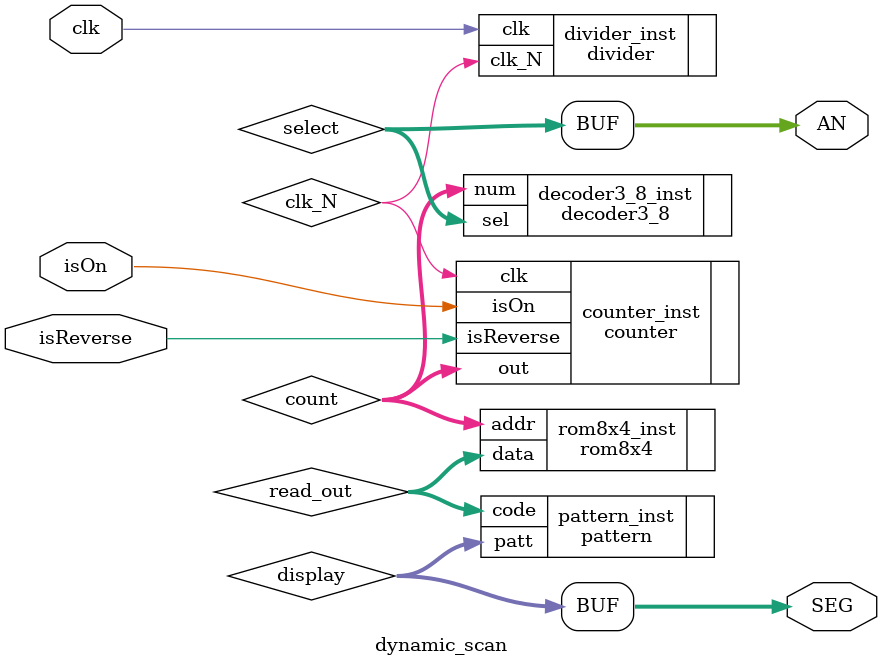
<source format=v>
`include "../src/counter.v"
`include "../src/divider.v"
`include "../src/rom8x4.v"
`include "../src/pattern.v"
`include "../src/decoder3_8.v"

module dynamic_scan(clk, isReverse, isOn, SEG, AN);
    input clk; // ÏµÍ³Ê±ÖÓ
    input isReverse;
    input isOn;
    output reg [7:0] SEG; // ·Ö±ð¶ÔÓ¦ CA¡¢ CB¡¢ CC¡¢ CD¡¢ CE¡¢ CF¡¢ CG ºÍ DP
    output reg [7:0] AN; // 8 Î»ÊýÂë¹ÜÆ¬Ñ¡ÐÅºÅ
    parameter N = 100_000_000;

    wire clk_N;
    divider #(N) divider_inst(
        .clk(clk),
        .clk_N(clk_N)
    );

    wire [2:0] count;
    counter counter_inst(
        .clk(clk_N),
        .isReverse(isReverse),
        .isOn(isOn),
        .out(count)
    );

    wire [3:0] read_out;
    rom8x4 rom8x4_inst(
        .addr(count),
        .data(read_out)
    );

    wire [7:0] select;
    decoder3_8 decoder3_8_inst(
        .num(count),
        .sel(select)
    );

    wire [7:0] display;
    pattern pattern_inst(
        .code(read_out),
        .patt(display)
    );

    always @(*) begin
        AN<=select;
        SEG<=display;
    end
endmodule
</source>
